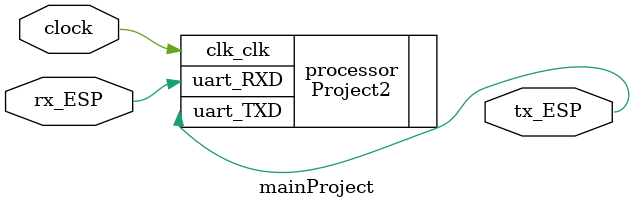
<source format=v>
module mainProject(
	input  clock,
	input rx_ESP,
	output tx_ESP
);

Project2 processor(
  .clk_clk       (clock),       //clk.clk
  .uart_RXD      (rx_ESP),      //rxd
  .uart_TXD      (tx_ESP)       //txd
 );
endmodule	 
</source>
